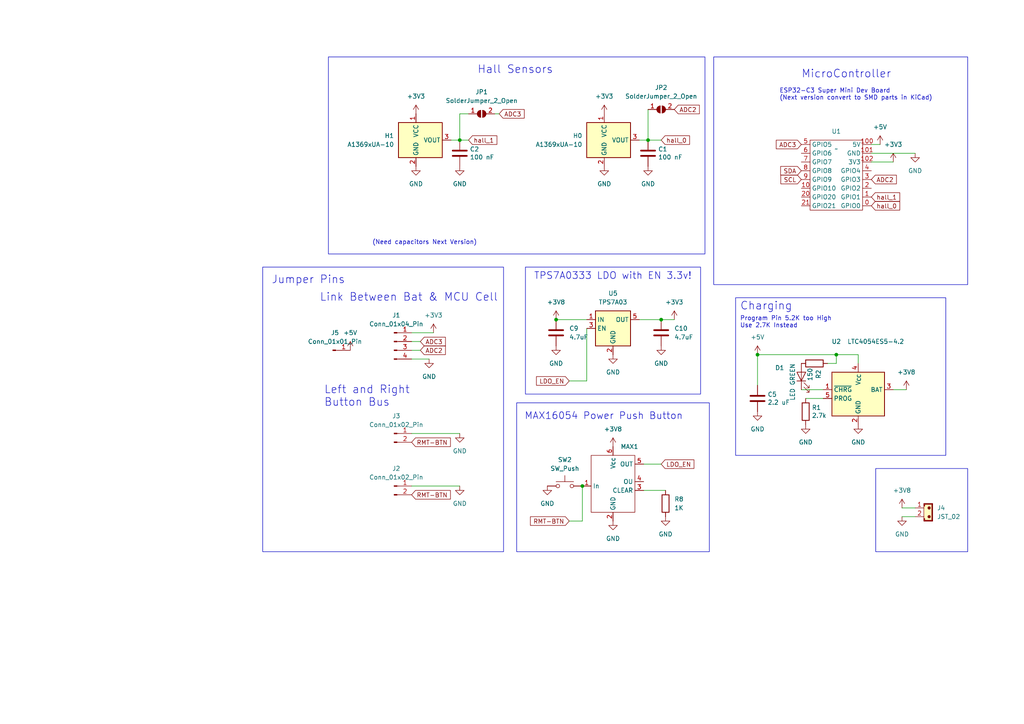
<source format=kicad_sch>
(kicad_sch (version 20230121) (generator eeschema)
  (paper "A4")
  (title_block (title "Open Muscle Dev Kit Bracelet Cell") (date "2024-10-24") (company "Open Muscle"))
  (lib_symbols
    (symbol "00OMesp32c-micro:ESP32-C3-Micro"
      (property "Reference" "U" (at 0 3.81 0))
      (symbol "ESP32-C3-Micro_0_1"
        (rectangle (start -7.62 2.54) (end 7.62 -17.78))
      )
      (symbol "ESP32-C3-Micro_1_1"
        (pin input line (at 10.16 -16.51 180) (length 2.54) (name "GPIO0") (number "0"))
        (pin input line (at 10.16 -13.97 180) (length 2.54) (name "GPIO1") (number "1"))
        (pin input line (at -10.16 -11.43 0) (length 2.54) (name "GPIO10") (number "10"))
        (pin input line (at 10.16 1.27 180) (length 2.54) (name "5V") (number "100"))
        (pin input line (at 10.16 -1.27 180) (length 2.54) (name "GND") (number "101"))
        (pin input line (at 10.16 -3.81 180) (length 2.54) (name "3V3") (number "102"))
        (pin input line (at 10.16 -11.43 180) (length 2.54) (name "GPIO2") (number "2"))
        (pin input line (at -10.16 -13.97 0) (length 2.54) (name "GPIO20") (number "20"))
        (pin input line (at -10.16 -16.51 0) (length 2.54) (name "GPIO21") (number "21"))
        (pin input line (at 10.16 -8.89 180) (length 2.54) (name "GPIO3") (number "3"))
        (pin input line (at 10.16 -6.35 180) (length 2.54) (name "GPIO4") (number "4"))
        (pin input line (at -10.16 1.27 0) (length 2.54) (name "GPIO5") (number "5"))
        (pin input line (at -10.16 -1.27 0) (length 2.54) (name "GPIO6") (number "6"))
        (pin input line (at -10.16 -3.81 0) (length 2.54) (name "GPIO7") (number "7"))
        (pin input line (at -10.16 -6.35 0) (length 2.54) (name "GPIO8") (number "8"))
        (pin input line (at -10.16 -8.89 0) (length 2.54) (name "GPIO9") (number "9"))
      )
    )
    (symbol "Battery_Management:LTC4054ES5-4.2"
      (property "Reference" "U" (at -5.842 6.604 0))
      (property "Value" "LTC4054ES5-4.2" (at 1.524 6.604 0))
      (symbol "LTC4054ES5-4.2_0_1"
        (rectangle (start -7.62 5.08) (end 7.62 -7.62) (stroke (width 0.254)) (fill (type background)))
      )
      (symbol "LTC4054ES5-4.2_1_1"
        (pin open_collector line (at -10.16 0 0) (length 2.54) (name "~{CHRG}") (number "1"))
        (pin power_in line (at 0 -10.16 90) (length 2.54) (name "GND") (number "2"))
        (pin power_out line (at 10.16 0 180) (length 2.54) (name "BAT") (number "3"))
        (pin power_in line (at 0 7.62 270) (length 2.54) (name "V_{CC}") (number "4"))
        (pin bidirectional line (at -10.16 -2.54 0) (length 2.54) (name "PROG") (number "5"))
      )
    )
    (symbol "ChargingStuffsLib:MAX16054"
      (property "Reference" "MAX" (at 0 10.16 0))
      (symbol "MAX16054_0_1"
        (rectangle (start -6.35 2.54) (end 6.35 -13.97))
      )
      (symbol "MAX16054_1_1"
        (pin input line (at -8.89 -6.35 0) (length 2.54) (name "In") (number "1"))
        (pin input line (at 0 -16.51 90) (length 2.54) (name "GND") (number "2"))
        (pin input line (at 8.89 -7.62 180) (length 2.54) (name "CLEAR") (number "3"))
        (pin input line (at 8.89 -5.08 180) (length 2.54) (name "OU") (number "4"))
        (pin input line (at 8.89 0 180) (length 2.54) (name "OUT") (number "5"))
        (pin input line (at 0 5.08 270) (length 2.54) (name "Vcc") (number "6"))
      )
    )
    (symbol "Connector:Conn_01x01_Pin" (pin_names (offset 1.016) hide)
      (property "Reference" "J" (at 0 2.54 0))
      (property "Value" "Conn_01x01_Pin" (at 0 -2.54 0))
      (symbol "Conn_01x01_Pin_1_1"
        (polyline (pts (xy 1.27 0) (xy 0.8636 0)) (stroke (width 0.1524)))
        (rectangle (start 0.8636 0.127) (end 0 -0.127) (stroke (width 0.1524)) (fill (type outline)))
        (pin passive line (at 5.08 0 180) (length 3.81) (name "Pin_1") (number "1"))
      )
    )
    (symbol "Connector:Conn_01x02_Pin" (pin_names (offset 1.016) hide)
      (property "Reference" "J" (at 0 2.54 0))
      (property "Value" "Conn_01x02_Pin" (at 0 -5.08 0))
      (symbol "Conn_01x02_Pin_1_1"
        (polyline (pts (xy 1.27 -2.54) (xy 0.8636 -2.54)) (stroke (width 0.1524)))
        (polyline (pts (xy 1.27 0) (xy 0.8636 0)) (stroke (width 0.1524)))
        (rectangle (start 0.8636 -2.413) (end 0 -2.667) (stroke (width 0.1524)) (fill (type outline)))
        (rectangle (start 0.8636 0.127) (end 0 -0.127) (stroke (width 0.1524)) (fill (type outline)))
        (pin passive line (at 5.08 0 180) (length 3.81) (name "Pin_1") (number "1"))
        (pin passive line (at 5.08 -2.54 180) (length 3.81) (name "Pin_2") (number "2"))
      )
    )
    (symbol "Connector:Conn_01x04_Pin" (pin_names (offset 1.016) hide)
      (property "Reference" "J" (at 0 5.08 0))
      (property "Value" "Conn_01x04_Pin" (at 0 -7.62 0))
      (symbol "Conn_01x04_Pin_1_1"
        (polyline (pts (xy 1.27 -5.08) (xy 0.8636 -5.08)) (stroke (width 0.1524)))
        (polyline (pts (xy 1.27 -2.54) (xy 0.8636 -2.54)) (stroke (width 0.1524)))
        (polyline (pts (xy 1.27 0) (xy 0.8636 0)) (stroke (width 0.1524)))
        (polyline (pts (xy 1.27 2.54) (xy 0.8636 2.54)) (stroke (width 0.1524)))
        (rectangle (start 0.8636 -4.953) (end 0 -5.207) (stroke (width 0.1524)) (fill (type outline)))
        (rectangle (start 0.8636 -2.413) (end 0 -2.667) (stroke (width 0.1524)) (fill (type outline)))
        (rectangle (start 0.8636 0.127) (end 0 -0.127) (stroke (width 0.1524)) (fill (type outline)))
        (rectangle (start 0.8636 2.667) (end 0 2.413) (stroke (width 0.1524)) (fill (type outline)))
        (pin passive line (at 5.08 2.54 180) (length 3.81) (name "Pin_1") (number "1"))
        (pin passive line (at 5.08 0 180) (length 3.81) (name "Pin_2") (number "2"))
        (pin passive line (at 5.08 -2.54 180) (length 3.81) (name "Pin_3") (number "3"))
        (pin passive line (at 5.08 -5.08 180) (length 3.81) (name "Pin_4") (number "4"))
      )
    )
    (symbol "Device:C" (pin_numbers hide) (pin_names (offset 0.254))
      (property "Reference" "C" (at 0.635 2.54 0))
      (property "Value" "C" (at 0.635 -2.54 0))
      (symbol "C_0_1"
        (polyline (pts (xy -2.032 -0.762) (xy 2.032 -0.762)) (stroke (width 0.508)))
        (polyline (pts (xy -2.032 0.762) (xy 2.032 0.762)) (stroke (width 0.508)))
      )
      (symbol "C_1_1"
        (pin passive line (at 0 3.81 270) (length 2.794) (name "~") (number "1"))
        (pin passive line (at 0 -3.81 90) (length 2.794) (name "~") (number "2"))
      )
    )
    (symbol "Device:LED" (pin_numbers hide) (pin_names (offset 1.016) hide)
      (property "Reference" "D" (at 0 2.54 0))
      (property "Value" "LED" (at 0 -2.54 0))
      (symbol "LED_0_1"
        (polyline (pts (xy -1.27 -1.27) (xy -1.27 1.27)) (stroke (width 0.2032)))
        (polyline (pts (xy -1.27 0) (xy 1.27 0)))
        (polyline (pts (xy 1.27 -1.27) (xy 1.27 1.27) (xy -1.27 0) (xy 1.27 -1.27)) (stroke (width 0.2032)))
        (polyline (pts (xy -3.048 -0.762) (xy -4.572 -2.286) (xy -3.81 -2.286) (xy -4.572 -2.286) (xy -4.572 -1.524)))
        (polyline (pts (xy -1.778 -0.762) (xy -3.302 -2.286) (xy -2.54 -2.286) (xy -3.302 -2.286) (xy -3.302 -1.524)))
      )
      (symbol "LED_1_1"
        (pin passive line (at -3.81 0 0) (length 2.54) (name "K") (number "1"))
        (pin passive line (at 3.81 0 180) (length 2.54) (name "A") (number "2"))
      )
    )
    (symbol "Device:R" (pin_numbers hide) (pin_names (offset 0))
      (property "Reference" "R" (at 2.032 0 90))
      (property "Value" "R" (at 0 0 90))
      (symbol "R_0_1"
        (rectangle (start -1.016 -2.54) (end 1.016 2.54) (stroke (width 0.254)))
      )
      (symbol "R_1_1"
        (pin passive line (at 0 3.81 270) (length 1.27) (name "~") (number "1"))
        (pin passive line (at 0 -3.81 90) (length 1.27) (name "~") (number "2"))
      )
    )
    (symbol "Jumper:SolderJumper_2_Open" (pin_names (offset 0) hide)
      (property "Reference" "JP" (at 0 2.032 0))
      (property "Value" "SolderJumper_2_Open" (at 0 -2.54 0))
      (symbol "SolderJumper_2_Open_0_1"
        (arc (start -0.254 1.016) (mid -1.2656 0) (end -0.254 -1.016))
        (arc (start -0.254 1.016) (mid -1.2656 0) (end -0.254 -1.016) (fill (type outline)))
        (polyline (pts (xy -0.254 1.016) (xy -0.254 -1.016)))
        (polyline (pts (xy 0.254 1.016) (xy 0.254 -1.016)))
        (arc (start 0.254 -1.016) (mid 1.2656 0) (end 0.254 1.016))
        (arc (start 0.254 -1.016) (mid 1.2656 0) (end 0.254 1.016) (fill (type outline)))
      )
      (symbol "SolderJumper_2_Open_1_1"
        (pin passive line (at -3.81 0 0) (length 2.54) (name "A") (number "1"))
        (pin passive line (at 3.81 0 180) (length 2.54) (name "B") (number "2"))
      )
    )
    (symbol "PCM_SL_Connectors:JST_02"
      (property "Reference" "J" (at 0 7.62 0))
      (property "Value" "JST_02" (at 0 5.08 0))
      (symbol "JST_02_0_1"
        (rectangle (start -1.27 2.54) (end 1.27 -2.54) (fill (type background)))
        (polyline (pts (xy -1.27 -1.778) (xy -1.27 -2.54) (xy 1.27 -2.54) (xy 1.27 -1.778) (xy 1.016 -1.778) (xy 1.016 -2.286) (xy -1.016 -2.286) (xy -1.016 -1.778) (xy -1.27 -1.778)) (fill (type outline)))
        (polyline (pts (xy 1.27 1.778) (xy 1.27 2.54) (xy -1.27 2.54) (xy -1.27 1.778) (xy -1.016 1.778) (xy -1.016 2.286) (xy 1.016 2.286) (xy 1.016 1.778) (xy 1.27 1.778)) (fill (type outline)))
        (circle (center 0.254 -1.27) (radius 0.381) (fill (type outline)))
        (circle (center 0.254 1.27) (radius 0.381) (fill (type outline)))
        (rectangle (start 1.016 1.778) (end 1.27 -1.778) (fill (type outline)))
      )
      (symbol "JST_02_1_1"
        (pin passive line (at -3.81 1.27 0) (length 2.54) (name "") (number "1"))
        (pin passive line (at -3.81 -1.27 0) (length 2.54) (name "") (number "2"))
      )
    )
    (symbol "Regulator_Linear:TPS7A0508PDBV"
      (property "Reference" "U5" (at 0 10.16 0))
      (property "Value" "TPS7A03" (at 0 7.62 0))
      (symbol "TPS7A0508PDBV_0_1"
        (rectangle (start -5.08 -5.08) (end 5.08 5.08) (stroke (width 0.254)) (fill (type background)))
        (pin power_in line (at -7.62 2.54 0) (length 2.54) (name "IN") (number "1"))
        (pin power_in line (at 0 -7.62 90) (length 2.54) (name "GND") (number "2"))
        (pin input line (at -7.62 0 0) (length 2.54) (name "EN") (number "3"))
        (pin no_connect line (at 5.08 0 180) (length 2.54) hide (name "NC") (number "4"))
        (pin power_out line (at 7.62 2.54 180) (length 2.54) (name "OUT") (number "5"))
      )
    )
    (symbol "Sensor_Current:A1369xUA-10"
      (property "Reference" "U" (at 8.89 6.35 0))
      (property "Value" "A1369xUA-10" (at 8.89 3.81 0))
      (symbol "A1369xUA-10_0_1"
        (rectangle (start -5.08 5.08) (end 7.62 -5.08) (stroke (width 0.254)) (fill (type background)))
      )
      (symbol "A1369xUA-10_1_1"
        (pin power_in line (at 0 7.62 270) (length 2.54) (name "VCC") (number "1"))
        (pin power_in line (at 0 -7.62 90) (length 2.54) (name "GND") (number "2"))
        (pin output line (at 10.16 0 180) (length 2.54) (name "VOUT") (number "3"))
      )
    )
    (symbol "Switch:SW_Push" (pin_numbers hide) (pin_names (offset 1.016) hide)
      (property "Reference" "SW" (at 1.27 2.54 0))
      (property "Value" "SW_Push" (at 0 -1.524 0))
      (symbol "SW_Push_0_1"
        (circle (center -2.032 0) (radius 0.508))
        (polyline (pts (xy 0 1.27) (xy 0 3.048)))
        (polyline (pts (xy 2.54 1.27) (xy -2.54 1.27)))
        (circle (center 2.032 0) (radius 0.508))
        (pin passive line (at -5.08 0 0) (length 2.54) (name "1") (number "1"))
        (pin passive line (at 5.08 0 180) (length 2.54) (name "2") (number "2"))
      )
    )
    (symbol "power:+3V3" (power) (pin_names (offset 0))
      (property "Value" "+3V3" (at 0 3.556 0))
      (symbol "+3V3_0_1"
        (polyline (pts (xy -0.762 1.27) (xy 0 2.54)))
        (polyline (pts (xy 0 0) (xy 0 2.54)))
        (polyline (pts (xy 0 2.54) (xy 0.762 1.27)))
      )
      (symbol "+3V3_1_1"
        (pin power_in line (at 0 0 90) (length 0) hide (name "+3V3") (number "1"))
      )
    )
    (symbol "power:+3V8" (power) (pin_names (offset 0))
      (property "Value" "+3V8" (at 0 3.556 0))
      (symbol "+3V8_0_1"
        (polyline (pts (xy -0.762 1.27) (xy 0 2.54)))
        (polyline (pts (xy 0 0) (xy 0 2.54)))
        (polyline (pts (xy 0 2.54) (xy 0.762 1.27)))
      )
      (symbol "+3V8_1_1"
        (pin power_in line (at 0 0 90) (length 0) hide (name "+3V8") (number "1"))
      )
    )
    (symbol "power:+5V" (power) (pin_names (offset 0))
      (property "Value" "+5V" (at 0 3.556 0))
      (symbol "+5V_0_1"
        (polyline (pts (xy -0.762 1.27) (xy 0 2.54)))
        (polyline (pts (xy 0 0) (xy 0 2.54)))
        (polyline (pts (xy 0 2.54) (xy 0.762 1.27)))
      )
      (symbol "+5V_1_1"
        (pin power_in line (at 0 0 90) (length 0) hide (name "+5V") (number "1"))
      )
    )
    (symbol "power:GND" (power) (pin_names (offset 0))
      (property "Value" "GND" (at 0 -3.81 0))
      (symbol "GND_0_1"
        (polyline (pts (xy 0 0) (xy 0 -1.27) (xy 1.27 -1.27) (xy 0 -2.54) (xy -1.27 -1.27) (xy 0 -1.27)))
      )
      (symbol "GND_1_1"
        (pin power_in line (at 0 0 270) (length 0) hide (name "GND") (number "1"))
      )
    )
  )
  (junction (at 161.29 92.71))
  (junction (at 242.57 102.87))
  (junction (at 168.91 140.97))
  (junction (at 191.77 92.71))
  (junction (at 133.35 40.64))
  (junction (at 187.96 40.64))
  (junction (at 219.71 102.87))
  (wire (pts (xy 262.89 113.03) (xy 259.08 113.03)))
  (wire (pts (xy 170.18 110.49) (xy 165.1 110.49)))
  (wire (pts (xy 248.92 102.87) (xy 248.92 105.41)))
  (wire (pts (xy 259.08 46.99) (xy 252.73 46.99)))
  (wire (pts (xy 255.27 41.91) (xy 252.73 41.91)))
  (wire (pts (xy 186.69 142.24) (xy 193.04 142.24)))
  (wire (pts (xy 261.62 149.86) (xy 265.43 149.86)))
  (wire (pts (xy 168.91 140.97) (xy 168.91 151.13)))
  (wire (pts (xy 125.73 96.52) (xy 119.38 96.52)))
  (wire (pts (xy 187.96 40.64) (xy 185.42 40.64)))
  (wire (pts (xy 261.62 147.32) (xy 265.43 147.32)))
  (wire (pts (xy 191.77 134.62) (xy 186.69 134.62)))
  (wire (pts (xy 121.92 101.6) (xy 119.38 101.6)))
  (wire (pts (xy 135.89 33.02) (xy 133.35 33.02)))
  (wire (pts (xy 170.18 95.25) (xy 170.18 110.49)))
  (wire (pts (xy 124.46 104.14) (xy 119.38 104.14)))
  (wire (pts (xy 135.89 40.64) (xy 133.35 40.64)))
  (wire (pts (xy 121.92 99.06) (xy 119.38 99.06)))
  (wire (pts (xy 143.51 33.02) (xy 144.78 33.02)))
  (wire (pts (xy 133.35 40.64) (xy 130.81 40.64)))
  (wire (pts (xy 187.96 40.64) (xy 187.96 31.75)))
  (wire (pts (xy 191.77 92.71) (xy 185.42 92.71)))
  (wire (pts (xy 161.29 92.71) (xy 170.18 92.71)))
  (wire (pts (xy 133.35 140.97) (xy 119.38 140.97)))
  (wire (pts (xy 242.57 105.41) (xy 242.57 102.87)))
  (wire (pts (xy 219.71 111.76) (xy 219.71 102.87)))
  (wire (pts (xy 265.43 44.45) (xy 252.73 44.45)))
  (wire (pts (xy 195.58 92.71) (xy 191.77 92.71)))
  (wire (pts (xy 133.35 125.73) (xy 119.38 125.73)))
  (wire (pts (xy 168.91 151.13) (xy 165.1 151.13)))
  (wire (pts (xy 219.71 102.87) (xy 242.57 102.87)))
  (wire (pts (xy 233.68 115.57) (xy 238.76 115.57)))
  (wire (pts (xy 133.35 33.02) (xy 133.35 40.64)))
  (wire (pts (xy 242.57 102.87) (xy 248.92 102.87)))
  (wire (pts (xy 187.96 40.64) (xy 191.77 40.64)))
  (wire (pts (xy 232.41 113.03) (xy 238.76 113.03)))
  (wire (pts (xy 240.03 105.41) (xy 242.57 105.41)))
  (rectangle (start 254 135.89) (end 280.67 160.02))
  (rectangle (start 207.01 16.51) (end 280.67 82.55))
  (rectangle (start 95.25 16.51) (end 204.47 73.66))
  (rectangle (start 149.86 116.84) (end 205.74 160.02))
  (rectangle (start 152.4 77.47) (end 203.2 114.3))
  (rectangle (start 213.36 86.36) (end 274.32 132.08))
  (rectangle (start 76.2 77.47) (end 146.05 160.02))
  (text "(Need capacitors Next Version)" (at 107.95 71.12 0) (effects (font (size 1.27 1.27)) (justify left bottom)))
  (text "Jumper Pins" (at 78.74 82.55 0) (effects (font (size 2.27 2.27)) (justify left bottom)))
  (text "MicroController" (at 232.41 22.86 0) (effects (font (size 2.27 2.27)) (justify left bottom)))
  (text "Link Between Bat & MCU Cell" (at 92.71 87.63 0) (effects (font (size 2.27 2.27)) (justify left bottom)))
  (text "Hall Sensors" (at 138.43 21.59 0) (effects (font (size 2.27 2.27)) (justify left bottom)))
  (text "Left and Right\nButton Bus" (at 93.98 118.11 0) (effects (font (size 2.27 2.27)) (justify left bottom)))
  (text "TPS7A0333 LDO with EN 3.3v!" (at 200.66 81.28 0) (effects (font (size 2 2)) (justify right bottom)))
  (text "MAX16054 Power Push Button" (at 198.12 121.92 0) (effects (font (size 2 2)) (justify right bottom)))
  (text "ESP32-C3 Super Mini Dev Board\n(Next version convert to SMD parts in KiCad)" (at 226.06 29.21 0) (effects (font (size 1.27 1.27)) (justify left bottom)))
  (text "Charging\n" (at 214.63 90.17 0) (effects (font (size 2.27 2.27)) (justify left bottom)))
  (text "Program Pin 5.2K too High\nUse 2.7K Instead\n" (at 214.63 95.25 0) (effects (font (size 1.27 1.27)) (justify left bottom)))
  (global_label "hall_1" (shape input) (at 135.89 40.64 0) (property "Intersheetrefs" "${INTERSHEET_REFS}" (effects hide)))
  (global_label "ADC2" (shape input) (at 195.58 31.75 0) (property "Intersheetrefs" "${INTERSHEET_REFS}" (effects hide)))
  (global_label "ADC3" (shape input) (at 121.92 99.06 0) (property "Intersheetrefs" "${INTERSHEET_REFS}" (effects hide)))
  (global_label "hall_1" (shape input) (at 252.73 57.15 0) (property "Intersheetrefs" "${INTERSHEET_REFS}" (effects hide)))
  (global_label "RMT-BTN" (shape input) (at 119.38 143.51 0) (property "Intersheetrefs" "${INTERSHEET_REFS}" (effects hide)))
  (global_label "RMT-BTN" (shape input) (at 119.38 128.27 0) (property "Intersheetrefs" "${INTERSHEET_REFS}" (effects hide)))
  (global_label "LDO_EN" (shape input) (at 165.1 110.49 180) (property "Intersheetrefs" "${INTERSHEET_REFS}" (effects hide)))
  (global_label "ADC2" (shape input) (at 121.92 101.6 0) (property "Intersheetrefs" "${INTERSHEET_REFS}" (effects hide)))
  (global_label "ADC3" (shape input) (at 232.41 41.91 180) (property "Intersheetrefs" "${INTERSHEET_REFS}" (effects hide)))
  (global_label "LDO_EN" (shape input) (at 191.77 134.62 0) (property "Intersheetrefs" "${INTERSHEET_REFS}" (effects hide)))
  (global_label "ADC3" (shape input) (at 144.78 33.02 0) (property "Intersheetrefs" "${INTERSHEET_REFS}" (effects hide)))
  (global_label "hall_0" (shape input) (at 252.73 59.69 0) (property "Intersheetrefs" "${INTERSHEET_REFS}" (effects hide)))
  (global_label "SCL" (shape input) (at 232.41 52.07 180) (property "Intersheetrefs" "${INTERSHEET_REFS}" (effects hide)))
  (global_label "SDA" (shape input) (at 232.41 49.53 180) (property "Intersheetrefs" "${INTERSHEET_REFS}" (effects hide)))
  (global_label "hall_0" (shape input) (at 191.77 40.64 0) (property "Intersheetrefs" "${INTERSHEET_REFS}" (effects hide)))
  (global_label "ADC2" (shape input) (at 252.73 52.07 0) (property "Intersheetrefs" "${INTERSHEET_REFS}" (effects hide)))
  (global_label "RMT-BTN" (shape input) (at 165.1 151.13 180) (property "Intersheetrefs" "${INTERSHEET_REFS}" (effects hide)))
  (symbol (lib_id "Connector:Conn_01x04_Pin") (at 114.3 99.06 0) (unit 1)
    (property "Reference" "J1" (at 114.935 91.44 0))
    (property "Value" "Conn_01x04_Pin" (at 114.935 93.98 0))
    (property "Footprint" "Connector_PinHeader_2.54mm:PinHeader_1x04_P2.54mm_Vertical" (effects hide))
  )
  (symbol (lib_id "Sensor_Current:A1369xUA-10") (at 120.65 40.64 0) (unit 1)
    (property "Reference" "H1" (at 114.3 39.37 0) (effects (justify right)))
    (property "Value" "A1369xUA-10" (at 114.3 41.91 0) (effects (justify right)))
    (property "Footprint" "OpenMuscleDevKit:Hall49E" (effects hide))
    (property "Datasheet" "http://www.allegromicro.com/~/media/Files/Datasheets/A1369-Datasheet.ashx?la=en" (effects hide))
  )
  (symbol (lib_id "power:+5V") (at 101.6 101.6 0) (unit 1)
    (property "Reference" "#PWR020" (effects hide))
    (property "Value" "+5V" (at 101.6 96.52 0))
  )
  (symbol (lib_id "power:+3V8") (at 177.8 129.54 0) (unit 1)
    (property "Reference" "#PWR045" (effects hide))
    (property "Value" "+3V8" (at 177.8 124.46 0))
  )
  (symbol (lib_id "Device:LED") (at 232.41 109.22 90) (unit 1)
    (property "Reference" "D1" (at 224.79 106.68 90) (effects (justify right)))
    (property "Value" "LED GREEN" (at 229.87 105.41 0) (effects (justify right)))
    (property "Footprint" "LED_SMD:LED_0805_2012Metric" (effects hide))
    (property "JLCPN" "C72043" (effects hide))
  )
  (symbol (lib_id "power:GND") (at 177.8 102.87 0) (unit 1)
    (property "Reference" "#PWR044" (effects hide))
    (property "Value" "GND" (at 177.8 107.95 0))
  )
  (symbol (lib_id "ChargingStuffsLib:MAX16054") (at 177.8 134.62 0) (unit 1)
    (property "Reference" "MAX1" (at 179.9941 129.54 0) (effects (justify left)))
    (property "Value" "~" (at 177.8 134.62 0))
    (property "Footprint" "Package_TO_SOT_SMD:SOT-23-6" (effects hide))
  )
  (symbol (lib_id "00OMesp32c-micro:ESP32-C3-Micro") (at 242.57 43.18 0) (unit 1)
    (property "Reference" "U1" (at 242.57 38.1 0))
    (property "Value" "~" (at 242.57 43.18 0))
    (property "Footprint" "OpenMuscleDevKit:ESP32-C3-Super Mini" (effects hide))
  )
  (symbol (lib_id "Device:C") (at 219.71 115.57 180) (unit 1)
    (property "Reference" "C5" (at 222.631 114.4016 0) (effects (justify right)))
    (property "Value" "2.2 uF" (at 222.631 116.713 0) (effects (justify right)))
    (property "Footprint" "Capacitor_SMD:C_0603_1608Metric" (effects hide))
    (property "JLCPN" "C12530" (effects hide))
  )
  (symbol (lib_id "power:GND") (at 175.26 48.26 0) (unit 1)
    (property "Reference" "#PWR010" (effects hide))
    (property "Value" "GND" (at 175.26 53.34 0))
  )
  (symbol (lib_id "power:GND") (at 248.92 123.19 0) (unit 1)
    (property "Reference" "#PWR015" (effects hide))
    (property "Value" "GND" (at 248.92 128.27 0))
  )
  (symbol (lib_id "Jumper:SolderJumper_2_Open") (at 139.7 33.02 0) (unit 1)
    (property "Reference" "JP1" (at 139.7 26.67 0))
    (property "Value" "SolderJumper_2_Open" (at 139.7 29.21 0))
    (property "Footprint" "Jumper:SolderJumper-2_P1.3mm_Open_TrianglePad1.0x1.5mm" (effects hide))
  )
  (symbol (lib_id "Device:C") (at 187.96 44.45 180) (unit 1)
    (property "Reference" "C1" (at 190.881 43.2816 0) (effects (justify right)))
    (property "Value" "100 nF" (at 190.881 45.593 0) (effects (justify right)))
    (property "Footprint" "Capacitor_SMD:C_0402_1005Metric" (effects hide))
    (property "JLCPN" "C1525" (effects hide))
  )
  (symbol (lib_id "power:GND") (at 193.04 149.86 0) (unit 1)
    (property "Reference" "#PWR049" (effects hide))
    (property "Value" "GND" (at 193.04 154.94 0))
  )
  (symbol (lib_id "Device:C") (at 133.35 44.45 180) (unit 1)
    (property "Reference" "C2" (at 136.271 43.2816 0) (effects (justify right)))
    (property "Value" "100 nF" (at 136.271 45.593 0) (effects (justify right)))
    (property "Footprint" "Capacitor_SMD:C_0402_1005Metric" (effects hide))
    (property "JLCPN" "C1525" (effects hide))
  )
  (symbol (lib_id "Device:C") (at 161.29 96.52 0) (unit 1)
    (property "Reference" "C9" (at 165.1 95.25 0) (effects (justify left)))
    (property "Value" "4.7uF" (at 165.1 97.79 0) (effects (justify left)))
    (property "Footprint" "Capacitor_SMD:C_0805_2012Metric" (effects hide))
  )
  (symbol (lib_id "Connector:Conn_01x01_Pin") (at 96.52 101.6 0) (unit 1)
    (property "Reference" "J5" (at 97.155 96.52 0))
    (property "Value" "Conn_01x01_Pin" (at 97.155 99.06 0))
    (property "Footprint" "Connector_PinHeader_2.54mm:PinHeader_1x01_P2.54mm_Vertical" (effects hide))
  )
  (symbol (lib_id "Device:R") (at 233.68 119.38 0) (unit 1)
    (property "Reference" "R1" (at 235.458 118.2116 0) (effects (justify left)))
    (property "Value" "2.7k" (at 235.458 120.523 0) (effects (justify left)))
    (property "Footprint" "Resistor_SMD:R_0603_1608Metric" (effects hide))
    (property "JLCPN" "C25905" (effects hide))
  )
  (symbol (lib_id "power:GND") (at 133.35 140.97 0) (unit 1)
    (property "Reference" "#PWR01" (effects hide))
    (property "Value" "GND" (at 133.35 146.05 0))
  )
  (symbol (lib_id "Jumper:SolderJumper_2_Open") (at 191.77 31.75 0) (unit 1)
    (property "Reference" "JP2" (at 191.77 25.4 0))
    (property "Value" "SolderJumper_2_Open" (at 191.77 27.94 0))
    (property "Footprint" "Jumper:SolderJumper-2_P1.3mm_Open_TrianglePad1.0x1.5mm" (effects hide))
  )
  (symbol (lib_id "power:GND") (at 120.65 48.26 0) (unit 1)
    (property "Reference" "#PWR011" (effects hide))
    (property "Value" "GND" (at 120.65 53.34 0))
  )
  (symbol (lib_id "Device:C") (at 191.77 96.52 0) (unit 1)
    (property "Reference" "C10" (at 195.58 95.25 0) (effects (justify left)))
    (property "Value" "4.7uF" (at 195.58 97.79 0) (effects (justify left)))
    (property "Footprint" "Capacitor_SMD:C_0805_2012Metric" (effects hide))
  )
  (symbol (lib_id "power:GND") (at 133.35 48.26 0) (unit 1)
    (property "Reference" "#PWR019" (effects hide))
    (property "Value" "GND" (at 133.35 53.34 0))
  )
  (symbol (lib_id "power:GND") (at 133.35 125.73 0) (unit 1)
    (property "Reference" "#PWR014" (effects hide))
    (property "Value" "GND" (at 133.35 130.81 0))
  )
  (symbol (lib_id "power:+3V3") (at 195.58 92.71 0) (unit 1)
    (property "Reference" "#PWR048" (effects hide))
    (property "Value" "+3V3" (at 195.58 87.63 0))
  )
  (symbol (lib_id "power:GND") (at 177.8 151.13 0) (unit 1)
    (property "Reference" "#PWR046" (effects hide))
    (property "Value" "GND" (at 177.8 156.21 0))
  )
  (symbol (lib_id "power:+5V") (at 219.71 102.87 0) (unit 1)
    (property "Reference" "#PWR03" (effects hide))
    (property "Value" "+5V" (at 219.71 97.79 0))
  )
  (symbol (lib_id "Connector:Conn_01x02_Pin") (at 114.3 140.97 0) (unit 1)
    (property "Reference" "J2" (at 114.935 135.89 0))
    (property "Value" "Conn_01x02_Pin" (at 114.935 138.43 0))
    (property "Footprint" "Connector_PinHeader_2.54mm:PinHeader_1x02_P2.54mm_Vertical" (effects hide))
  )
  (symbol (lib_id "Battery_Management:LTC4054ES5-4.2") (at 248.92 113.03 0) (unit 1)
    (property "Reference" "U2" (at 242.57 99.06 0))
    (property "Value" "LTC4054ES5-4.2" (at 254 99.06 0))
    (property "Footprint" "Package_TO_SOT_SMD:TSOT-23-5" (effects hide))
    (property "Datasheet" "https://www.analog.com/media/en/technical-documentation/data-sheets/405442xf.pdf" (effects hide))
  )
  (symbol (lib_id "Device:R") (at 193.04 146.05 0) (unit 1)
    (property "Reference" "R8" (at 195.58 144.78 0) (effects (justify left)))
    (property "Value" "1K" (at 195.58 147.32 0) (effects (justify left)))
    (property "Footprint" "Resistor_SMD:R_0603_1608Metric" (effects hide))
  )
  (symbol (lib_id "power:GND") (at 191.77 100.33 0) (unit 1)
    (property "Reference" "#PWR047" (effects hide))
    (property "Value" "GND" (at 191.77 105.41 0))
  )
  (symbol (lib_id "power:GND") (at 219.71 119.38 0) (unit 1)
    (property "Reference" "#PWR04" (effects hide))
    (property "Value" "GND" (at 219.71 124.46 0))
  )
  (symbol (lib_id "power:+5V") (at 255.27 41.91 0) (unit 1)
    (property "Reference" "#PWR024" (effects hide))
    (property "Value" "+5V" (at 255.27 36.83 0))
  )
  (symbol (lib_id "power:+3V3") (at 120.65 33.02 0) (unit 1)
    (property "Reference" "#PWR013" (effects hide))
    (property "Value" "+3V3" (at 120.65 27.94 0))
  )
  (symbol (lib_id "PCM_SL_Connectors:JST_02") (at 269.24 148.59 0) (unit 1)
    (property "Reference" "J4" (at 271.78 147.32 0) (effects (justify left)))
    (property "Value" "JST_02" (at 271.78 149.86 0) (effects (justify left)))
    (property "Footprint" "Connector_JST:JST_EH_B2B-EH-A_1x02_P2.50mm_Vertical" (effects hide))
  )
  (symbol (lib_id "power:GND") (at 265.43 44.45 0) (unit 1)
    (property "Reference" "#PWR08" (effects hide))
    (property "Value" "GND" (at 265.43 49.53 0))
  )
  (symbol (lib_id "power:+3V3") (at 125.73 96.52 0) (unit 1)
    (property "Reference" "#PWR07" (effects hide))
    (property "Value" "+3V3" (at 125.73 91.44 0))
  )
  (symbol (lib_id "Sensor_Current:A1369xUA-10") (at 175.26 40.64 0) (unit 1)
    (property "Reference" "H0" (at 168.91 39.37 0) (effects (justify right)))
    (property "Value" "A1369xUA-10" (at 168.91 41.91 0) (effects (justify right)))
    (property "Footprint" "OpenMuscleDevKit:Hall49E" (effects hide))
    (property "Datasheet" "http://www.allegromicro.com/~/media/Files/Datasheets/A1369-Datasheet.ashx?la=en" (effects hide))
  )
  (symbol (lib_id "power:+3V8") (at 262.89 113.03 0) (unit 1)
    (property "Reference" "#PWR09" (effects hide))
    (property "Value" "+3V8" (at 262.89 107.95 0))
  )
  (symbol (lib_id "Device:R") (at 236.22 105.41 270) (unit 1)
    (property "Reference" "R2" (at 237.3884 107.188 0) (effects (justify left)))
    (property "Value" "150" (at 234.95 106.68 0) (effects (justify left)))
    (property "Footprint" "Resistor_SMD:R_0603_1608Metric" (effects hide))
    (property "JLCPN" "C4109" (effects hide))
  )
  (symbol (lib_id "power:GND") (at 158.75 140.97 0) (unit 1)
    (property "Reference" "#PWR043" (effects hide))
    (property "Value" "GND" (at 158.75 146.05 0))
  )
  (symbol (lib_id "power:GND") (at 187.96 48.26 0) (unit 1)
    (property "Reference" "#PWR018" (effects hide))
    (property "Value" "GND" (at 187.96 53.34 0))
  )
  (symbol (lib_id "power:+3V8") (at 261.62 147.32 0) (unit 1)
    (property "Reference" "#PWR016" (effects hide))
    (property "Value" "+3V8" (at 261.62 142.24 0))
  )
  (symbol (lib_id "power:GND") (at 161.29 100.33 0) (unit 1)
    (property "Reference" "#PWR042" (effects hide))
    (property "Value" "GND" (at 161.29 105.41 0))
  )
  (symbol (lib_id "Switch:SW_Push") (at 163.83 140.97 0) (unit 1)
    (property "Reference" "SW2" (at 163.83 133.35 0))
    (property "Value" "SW_Push" (at 163.83 135.89 0))
    (property "Footprint" "OpenMuscleDevKit:EVQP2P02M" (effects hide))
  )
  (symbol (lib_id "power:GND") (at 233.68 123.19 0) (unit 1)
    (property "Reference" "#PWR05" (effects hide))
    (property "Value" "GND" (at 233.68 128.27 0))
  )
  (symbol (lib_id "power:GND") (at 261.62 149.86 0) (unit 1)
    (property "Reference" "#PWR017" (effects hide))
    (property "Value" "GND" (at 261.62 154.94 0))
  )
  (symbol (lib_id "power:+3V3") (at 259.08 46.99 0) (unit 1)
    (property "Reference" "#PWR02" (effects hide))
    (property "Value" "+3V3" (at 259.08 41.91 0))
  )
  (symbol (lib_id "power:+3V8") (at 161.29 92.71 0) (unit 1)
    (property "Reference" "#PWR041" (effects hide))
    (property "Value" "+3V8" (at 161.29 87.63 0))
  )
  (symbol (lib_id "Connector:Conn_01x02_Pin") (at 114.3 125.73 0) (unit 1)
    (property "Reference" "J3" (at 114.935 120.65 0))
    (property "Value" "Conn_01x02_Pin" (at 114.935 123.19 0))
    (property "Footprint" "Connector_PinHeader_2.54mm:PinHeader_1x02_P2.54mm_Vertical" (effects hide))
  )
  (symbol (lib_id "power:GND") (at 124.46 104.14 0) (unit 1)
    (property "Reference" "#PWR06" (effects hide))
    (property "Value" "GND" (at 124.46 109.22 0))
  )
  (symbol (lib_id "Regulator_Linear:TPS7A0508PDBV") (at 177.8 95.25 0) (unit 1)
    (property "Reference" "U5" (at 177.8 85.09 0))
    (property "Value" "TPS7A03" (at 177.8 87.63 0))
    (property "Footprint" "Package_TO_SOT_SMD:SOT-23-5" (effects hide))
    (property "Datasheet" "https://www.ti.com/lit/ds/symlink/tps7a05.pdf" (effects hide))
  )
  (symbol (lib_id "power:+3V3") (at 175.26 33.02 0) (unit 1)
    (property "Reference" "#PWR012" (effects hide))
    (property "Value" "+3V3" (at 175.26 27.94 0))
  )
)
</source>
